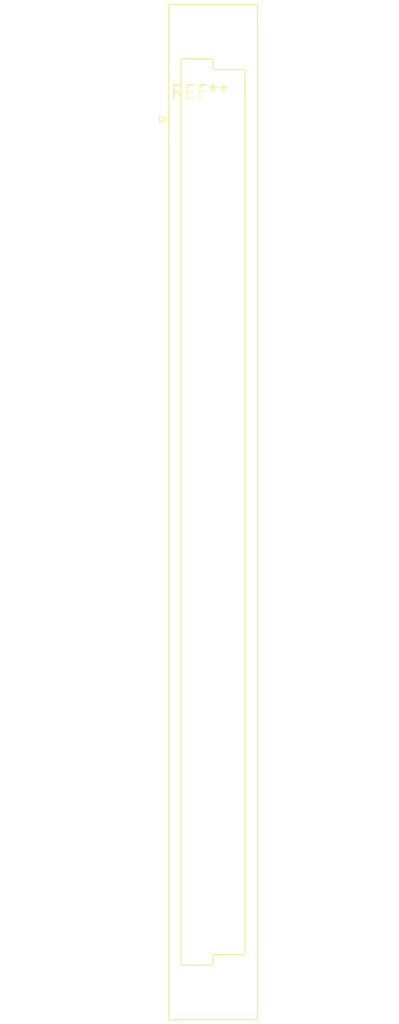
<source format=kicad_pcb>
(kicad_pcb (version 20240108) (generator pcbnew)
  (layers (0 "F.Cu" signal) (31 "B.Cu" signal) (34 "B.Paste" user) (35 "F.Paste" user) (36 "B.SilkS" user "B.Silkscreen") (37 "F.SilkS" user "F.Silkscreen") (38 "B.Mask" user) (39 "F.Mask" user) (44 "Edge.Cuts" user))
  (net 0 "")
  (footprint "DIN41612_B_2x16_Female_Vertical_THT" (layer "F.Cu") (at 0 0)
    (property "Reference" "REF**")
    (property "Value" "DIN41612_B_2x16_Female_Vertical_THT")
    (fp_line (start -3.76 2.24) (end -3.76 2.84) (layer "F.SilkS") (stroke (width 0.12)))
    (fp_line (start -3.76 2.84) (end -3.08 2.54) (layer "F.SilkS") (stroke (width 0.12)))
    (fp_line (start -3.08 2.54) (end -3.76 2.24) (layer "F.SilkS") (stroke (width 0.12)))
    (fp_line (start -2.89 -8.24) (end 5.43 -8.24) (layer "F.SilkS") (stroke (width 0.12)))
    (fp_line (start -2.89 86.98) (end -2.89 -8.24) (layer "F.SilkS") (stroke (width 0.12)))
    (fp_line (start -1.73 -3.131) (end 1.27 -3.131) (layer "F.SilkS") (stroke (width 0.12)))
    (fp_line (start -1.73 81.87) (end -1.73 -3.131) (layer "F.SilkS") (stroke (width 0.12)))
    (fp_line (start 1.27 -3.131) (end 1.27 -2.131) (layer "F.SilkS") (stroke (width 0.12)))
    (fp_line (start 1.27 -2.131) (end 4.27 -2.131) (layer "F.SilkS") (stroke (width 0.12)))
    (fp_line (start 1.27 80.87) (end 1.27 81.87) (layer "F.SilkS") (stroke (width 0.12)))
    (fp_line (start 1.27 81.87) (end -1.73 81.87) (layer "F.SilkS") (stroke (width 0.12)))
    (fp_line (start 4.27 -2.131) (end 4.27 80.87) (layer "F.SilkS") (stroke (width 0.12)))
    (fp_line (start 4.27 80.87) (end 1.27 80.87) (layer "F.SilkS") (stroke (width 0.12)))
    (fp_line (start 5.43 -8.24) (end 5.43 86.98) (layer "F.SilkS") (stroke (width 0.12)))
    (fp_line (start 5.43 86.98) (end -2.89 86.98) (layer "F.SilkS") (stroke (width 0.12)))
    (pad "" np_thru_hole circle (at 2.24 -5.63) (size 2.85 2.85) (drill 2.85) (layers *.Cu *.Mask))
    (pad "" np_thru_hole circle (at 2.24 84.37) (size 2.85 2.85) (drill 2.85) (layers *.Cu *.Mask))
    (pad "a2" thru_hole roundrect (at 0 2.54) (size 1.55 1.55) (drill 1) (layers *.Cu *.Mask) (remove_unused_layers) (roundrect_rratio 0.16129))
    (pad "a4" thru_hole circle (at 0 7.62) (size 1.55 1.55) (drill 1) (layers *.Cu *.Mask) (remove_unused_layers))
    (pad "a6" thru_hole circle (at 0 12.7) (size 1.55 1.55) (drill 1) (layers *.Cu *.Mask) (remove_unused_layers))
    (pad "a8" thru_hole circle (at 0 17.78) (size 1.55 1.55) (drill 1) (layers *.Cu *.Mask) (remove_unused_layers))
    (pad "a10" thru_hole circle (at 0 22.86) (size 1.55 1.55) (drill 1) (layers *.Cu *.Mask) (remove_unused_layers))
    (pad "a12" thru_hole circle (at 0 27.94) (size 1.55 1.55) (drill 1) (layers *.Cu *.Mask) (remove_unused_layers))
    (pad "a14" thru_hole circle (at 0 33.02) (size 1.55 1.55) (drill 1) (layers *.Cu *.Mask) (remove_unused_layers))
    (pad "a16" thru_hole circle (at 0 38.1) (size 1.55 1.55) (drill 1) (layers *.Cu *.Mask) (remove_unused_layers))
    (pad "a18" thru_hole circle (at 0 43.18) (size 1.55 1.55) (drill 1) (layers *.Cu *.Mask) (remove_unused_layers))
    (pad "a20" thru_hole circle (at 0 48.26) (size 1.55 1.55) (drill 1) (layers *.Cu *.Mask) (remove_unused_layers))
    (pad "a22" thru_hole circle (at 0 53.34) (size 1.55 1.55) (drill 1) (layers *.Cu *.Mask) (remove_unused_layers))
    (pad "a24" thru_hole circle (at 0 58.42) (size 1.55 1.55) (drill 1) (layers *.Cu *.Mask) (remove_unused_layers))
    (pad "a26" thru_hole circle (at 0 63.5) (size 1.55 1.55) (drill 1) (layers *.Cu *.Mask) (remove_unused_layers))
    (pad "a28" thru_hole circle (at 0 68.58) (size 1.55 1.55) (drill 1) (layers *.Cu *.Mask) (remove_unused_layers))
    (pad "a30" thru_hole circle (at 0 73.66) (size 1.55 1.55) (drill 1) (layers *.Cu *.Mask) (remove_unused_layers))
    (pad "a32" thru_hole circle (at 0 78.74) (size 1.55 1.55) (drill 1) (layers *.Cu *.Mask) (remove_unused_layers))
    (pad "b2" thru_hole circle (at 2.54 2.54) (size 1.55 1.55) (drill 1) (layers *.Cu *.Mask) (remove_unused_layers))
    (pad "b4" thru_hole circle (at 2.54 7.62) (size 1.55 1.55) (drill 1) (layers *.Cu *.Mask) (remove_unused_layers))
    (pad "b6" thru_hole circle (at 2.54 12.7) (size 1.55 1.55) (drill 1) (layers *.Cu *.Mask) (remove_unused_layers))
    (pad "b8" thru_hole circle (at 2.54 17.78) (size 1.55 1.55) (drill 1) (layers *.Cu *.Mask) (remove_unused_layers))
    (pad "b10" thru_hole circle (at 2.54 22.86) (size 1.55 1.55) (drill 1) (layers *.Cu *.Mask) (remove_unused_layers))
    (pad "b12" thru_hole circle (at 2.54 27.94) (size 1.55 1.55) (drill 1) (layers *.Cu *.Mask) (remove_unused_layers))
    (pad "b14" thru_hole circle (at 2.54 33.02) (size 1.55 1.55) (drill 1) (layers *.Cu *.Mask) (remove_unused_layers))
    (pad "b16" thru_hole circle (at 2.54 38.1) (size 1.55 1.55) (drill 1) (layers *.Cu *.Mask) (remove_unused_layers))
    (pad "b18" thru_hole circle (at 2.54 43.18) (size 1.55 1.55) (drill 1) (layers *.Cu *.Mask) (remove_unused_layers))
    (pad "b20" thru_hole circle (at 2.54 48.26) (size 1.55 1.55) (drill 1) (layers *.Cu *.Mask) (remove_unused_layers))
    (pad "b22" thru_hole circle (at 2.54 53.34) (size 1.55 1.55) (drill 1) (layers *.Cu *.Mask) (remove_unused_layers))
    (pad "b24" thru_hole circle (at 2.54 58.42) (size 1.55 1.55) (drill 1) (layers *.Cu *.Mask) (remove_unused_layers))
    (pad "b26" thru_hole circle (at 2.54 63.5) (size 1.55 1.55) (drill 1) (layers *.Cu *.Mask) (remove_unused_layers))
    (pad "b28" thru_hole circle (at 2.54 68.58) (size 1.55 1.55) (drill 1) (layers *.Cu *.Mask) (remove_unused_layers))
    (pad "b30" thru_hole circle (at 2.54 73.66) (size 1.55 1.55) (drill 1) (layers *.Cu *.Mask) (remove_unused_layers))
    (pad "b32" thru_hole circle (at 2.54 78.74) (size 1.55 1.55) (drill 1) (layers *.Cu *.Mask) (remove_unused_layers))
  )
)
</source>
